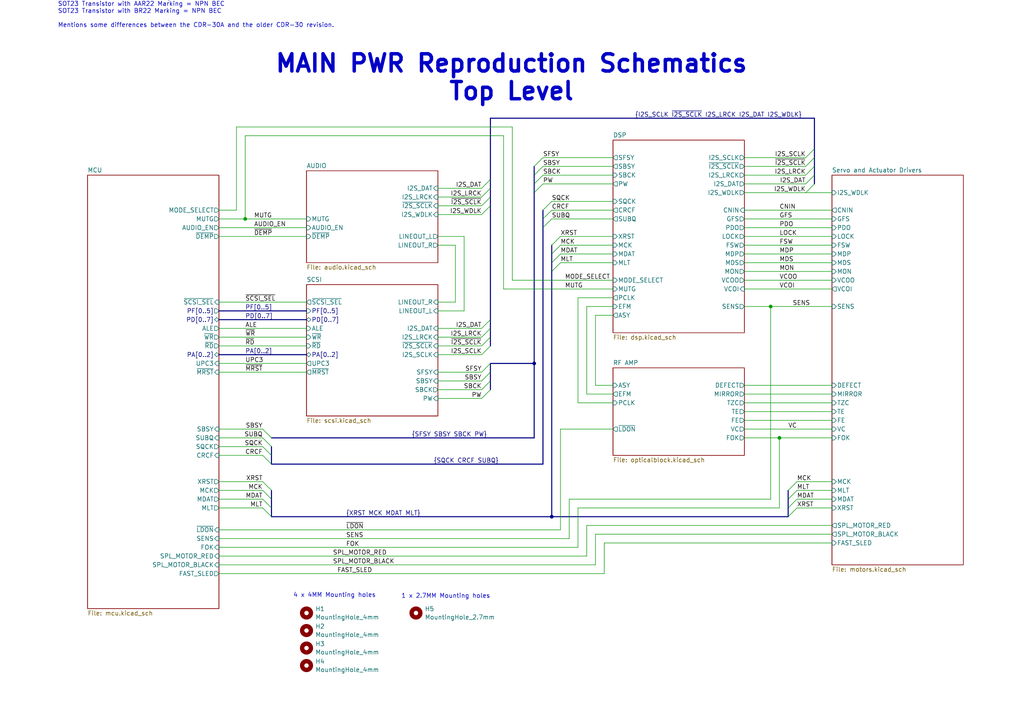
<source format=kicad_sch>
(kicad_sch (version 20231120) (generator "eeschema") (generator_version "8.0")
  (paper "A4")
  (title_block (title "PC-Engine CDR-30A (CD-ROM2) MAIN PWR Reproduction") (date "2025-02-24") (rev "0.1") (company "Author: Regis Galland"))
  (lib_symbols
    (symbol "PC-Engine_CDR-30:MountingHole_2.7mm" (pin_names (offset 1.016)) (exclude_from_sim yes) (in_bom no)
      (property "Reference" "H5" (at 2.54 1.2122 0))
      (property "Value" "MountingHole_2.7mm" (at 2.54 -1.2121 0))
      (symbol "MountingHole_2.7mm_0_1"
        (circle (center 0 0) (radius 1.27) (stroke (width 1.27)))
      )
    )
    (symbol "PC-Engine_CDR-30:MountingHole_4mm" (pin_names (offset 1.016)) (exclude_from_sim yes) (in_bom no)
      (property "Reference" "H" (at 0 5.08 0))
      (property "Value" "MountingHole_4mm" (at 0 3.175 0))
      (symbol "MountingHole_4mm_0_1"
        (circle (center 0 0) (radius 1.27) (stroke (width 1.27)))
      )
    )
  )
  (junction (at 226.06 127))
  (junction (at 71.12 63.5))
  (junction (at 154.94 105.41))
  (junction (at 160.02 149.86))
  (junction (at 223.52 88.9))
  (bus_entry (at 236.22 50.8) (size -2.54 2.54))
  (bus_entry (at 142.24 110.49) (size -2.54 2.54))
  (bus_entry (at 142.24 95.25) (size -2.54 2.54))
  (bus_entry (at 154.94 48.26) (size 2.54 -2.54))
  (bus_entry (at 236.22 53.34) (size -2.54 2.54))
  (bus_entry (at 142.24 105.41) (size -2.54 2.54))
  (bus_entry (at 157.48 60.96) (size 2.54 -2.54))
  (bus_entry (at 228.6 142.24) (size 2.54 -2.54))
  (bus_entry (at 236.22 43.18) (size -2.54 2.54))
  (bus_entry (at 236.22 48.26) (size -2.54 2.54))
  (bus_entry (at 228.6 147.32) (size 2.54 -2.54))
  (bus_entry (at 160.02 73.66) (size 2.54 -2.54))
  (bus_entry (at 142.24 97.79) (size -2.54 2.54))
  (bus_entry (at 78.74 149.86) (size -2.54 -2.54))
  (bus_entry (at 142.24 92.71) (size -2.54 2.54))
  (bus_entry (at 142.24 59.69) (size -2.54 2.54))
  (bus_entry (at 78.74 144.78) (size -2.54 -2.54))
  (bus_entry (at 142.24 100.33) (size -2.54 2.54))
  (bus_entry (at 142.24 54.61) (size -2.54 2.54))
  (bus_entry (at 154.94 55.88) (size 2.54 -2.54))
  (bus_entry (at 142.24 57.15) (size -2.54 2.54))
  (bus_entry (at 157.48 66.04) (size 2.54 -2.54))
  (bus_entry (at 160.02 71.12) (size 2.54 -2.54))
  (bus_entry (at 78.74 134.62) (size -2.54 -2.54))
  (bus_entry (at 78.74 129.54) (size -2.54 -2.54))
  (bus_entry (at 78.74 132.08) (size -2.54 -2.54))
  (bus_entry (at 228.6 144.78) (size 2.54 -2.54))
  (bus_entry (at 78.74 147.32) (size -2.54 -2.54))
  (bus_entry (at 78.74 142.24) (size -2.54 -2.54))
  (bus_entry (at 154.94 53.34) (size 2.54 -2.54))
  (bus_entry (at 142.24 107.95) (size -2.54 2.54))
  (bus_entry (at 154.94 50.8) (size 2.54 -2.54))
  (bus_entry (at 228.6 149.86) (size 2.54 -2.54))
  (bus_entry (at 157.48 63.5) (size 2.54 -2.54))
  (bus_entry (at 160.02 78.74) (size 2.54 -2.54))
  (bus_entry (at 142.24 113.03) (size -2.54 2.54))
  (bus_entry (at 76.2 124.46) (size 2.54 2.54))
  (bus_entry (at 160.02 76.2) (size 2.54 -2.54))
  (bus_entry (at 142.24 52.07) (size -2.54 2.54))
  (bus_entry (at 236.22 45.72) (size -2.54 2.54))
  (wire (pts (xy 134.62 90.17) (xy 127 90.17)))
  (wire (pts (xy 134.62 68.58) (xy 134.62 90.17)))
  (bus (pts (xy 63.5 92.71) (xy 88.9 92.71)))
  (wire (pts (xy 63.5 97.79) (xy 88.9 97.79)))
  (wire (pts (xy 127 87.63) (xy 132.08 87.63)))
  (wire (pts (xy 139.7 113.03) (xy 127 113.03)))
  (wire (pts (xy 162.56 124.46) (xy 177.8 124.46)))
  (wire (pts (xy 88.9 68.58) (xy 63.5 68.58)))
  (wire (pts (xy 63.5 66.04) (xy 88.9 66.04)))
  (wire (pts (xy 160.02 63.5) (xy 177.8 63.5)))
  (wire (pts (xy 165.1 144.78) (xy 223.52 144.78)))
  (bus (pts (xy 236.22 53.34) (xy 236.22 50.8)))
  (bus (pts (xy 154.94 105.41) (xy 154.94 127)))
  (wire (pts (xy 215.9 45.72) (xy 233.68 45.72)))
  (wire (pts (xy 215.9 50.8) (xy 233.68 50.8)))
  (wire (pts (xy 127 54.61) (xy 139.7 54.61)))
  (wire (pts (xy 215.9 81.28) (xy 241.3 81.28)))
  (bus (pts (xy 142.24 34.29) (xy 236.22 34.29)))
  (wire (pts (xy 177.8 45.72) (xy 157.48 45.72)))
  (wire (pts (xy 63.5 153.67) (xy 162.56 153.67)))
  (wire (pts (xy 223.52 88.9) (xy 223.52 144.78)))
  (wire (pts (xy 63.5 105.41) (xy 88.9 105.41)))
  (wire (pts (xy 139.7 100.33) (xy 127 100.33)))
  (wire (pts (xy 231.14 142.24) (xy 241.3 142.24)))
  (wire (pts (xy 76.2 144.78) (xy 63.5 144.78)))
  (bus (pts (xy 228.6 149.86) (xy 228.6 147.32)))
  (wire (pts (xy 215.9 48.26) (xy 233.68 48.26)))
  (wire (pts (xy 231.14 144.78) (xy 241.3 144.78)))
  (wire (pts (xy 162.56 68.58) (xy 177.8 68.58)))
  (wire (pts (xy 215.9 114.3) (xy 241.3 114.3)))
  (wire (pts (xy 233.68 55.88) (xy 241.3 55.88)))
  (bus (pts (xy 78.74 142.24) (xy 78.74 144.78)))
  (wire (pts (xy 63.5 158.75) (xy 167.64 158.75)))
  (wire (pts (xy 146.05 39.37) (xy 71.12 39.37)))
  (bus (pts (xy 63.5 102.87) (xy 88.9 102.87)))
  (wire (pts (xy 177.8 91.44) (xy 172.72 91.44)))
  (wire (pts (xy 162.56 76.2) (xy 177.8 76.2)))
  (wire (pts (xy 139.7 110.49) (xy 127 110.49)))
  (wire (pts (xy 223.52 88.9) (xy 241.3 88.9)))
  (wire (pts (xy 63.5 100.33) (xy 88.9 100.33)))
  (bus (pts (xy 78.74 147.32) (xy 78.74 149.86)))
  (wire (pts (xy 175.26 157.48) (xy 175.26 166.37)))
  (wire (pts (xy 127 107.95) (xy 139.7 107.95)))
  (bus (pts (xy 142.24 59.69) (xy 142.24 57.15)))
  (wire (pts (xy 76.2 129.54) (xy 63.5 129.54)))
  (bus (pts (xy 78.74 144.78) (xy 78.74 147.32)))
  (bus (pts (xy 142.24 105.41) (xy 154.94 105.41)))
  (wire (pts (xy 68.58 36.83) (xy 68.58 60.96)))
  (bus (pts (xy 160.02 71.12) (xy 160.02 73.66)))
  (wire (pts (xy 167.64 147.32) (xy 226.06 147.32)))
  (bus (pts (xy 157.48 63.5) (xy 157.48 66.04)))
  (wire (pts (xy 215.9 60.96) (xy 241.3 60.96)))
  (bus (pts (xy 236.22 50.8) (xy 236.22 48.26)))
  (wire (pts (xy 175.26 166.37) (xy 63.5 166.37)))
  (wire (pts (xy 215.9 121.92) (xy 241.3 121.92)))
  (wire (pts (xy 76.2 142.24) (xy 63.5 142.24)))
  (bus (pts (xy 154.94 48.26) (xy 154.94 50.8)))
  (wire (pts (xy 63.5 95.25) (xy 88.9 95.25)))
  (bus (pts (xy 142.24 54.61) (xy 142.24 57.15)))
  (wire (pts (xy 132.08 87.63) (xy 132.08 71.12)))
  (bus (pts (xy 228.6 144.78) (xy 228.6 147.32)))
  (wire (pts (xy 226.06 127) (xy 241.3 127)))
  (wire (pts (xy 148.59 81.28) (xy 177.8 81.28)))
  (wire (pts (xy 71.12 63.5) (xy 88.9 63.5)))
  (bus (pts (xy 160.02 78.74) (xy 160.02 76.2)))
  (bus (pts (xy 236.22 43.18) (xy 236.22 34.29)))
  (wire (pts (xy 172.72 154.94) (xy 172.72 163.83)))
  (wire (pts (xy 215.9 127) (xy 226.06 127)))
  (wire (pts (xy 71.12 39.37) (xy 71.12 63.5)))
  (wire (pts (xy 76.2 139.7) (xy 63.5 139.7)))
  (wire (pts (xy 167.64 116.84) (xy 177.8 116.84)))
  (wire (pts (xy 215.9 68.58) (xy 241.3 68.58)))
  (wire (pts (xy 172.72 163.83) (xy 63.5 163.83)))
  (wire (pts (xy 170.18 161.29) (xy 170.18 152.4)))
  (wire (pts (xy 68.58 60.96) (xy 63.5 60.96)))
  (bus (pts (xy 236.22 45.72) (xy 236.22 43.18)))
  (wire (pts (xy 157.48 48.26) (xy 177.8 48.26)))
  (bus (pts (xy 228.6 142.24) (xy 228.6 144.78)))
  (wire (pts (xy 172.72 111.76) (xy 177.8 111.76)))
  (wire (pts (xy 76.2 132.08) (xy 63.5 132.08)))
  (wire (pts (xy 226.06 147.32) (xy 226.06 127)))
  (wire (pts (xy 177.8 88.9) (xy 170.18 88.9)))
  (bus (pts (xy 154.94 55.88) (xy 154.94 105.41)))
  (wire (pts (xy 165.1 156.21) (xy 165.1 144.78)))
  (bus (pts (xy 154.94 50.8) (xy 154.94 53.34)))
  (wire (pts (xy 139.7 59.69) (xy 127 59.69)))
  (wire (pts (xy 132.08 71.12) (xy 127 71.12)))
  (wire (pts (xy 172.72 91.44) (xy 172.72 111.76)))
  (wire (pts (xy 215.9 63.5) (xy 241.3 63.5)))
  (wire (pts (xy 160.02 58.42) (xy 177.8 58.42)))
  (bus (pts (xy 142.24 113.03) (xy 142.24 110.49)))
  (wire (pts (xy 215.9 55.88) (xy 233.68 55.88)))
  (wire (pts (xy 63.5 63.5) (xy 71.12 63.5)))
  (bus (pts (xy 142.24 59.69) (xy 142.24 92.71)))
  (wire (pts (xy 127 68.58) (xy 134.62 68.58)))
  (wire (pts (xy 233.68 53.34) (xy 215.9 53.34)))
  (bus (pts (xy 78.74 134.62) (xy 157.48 134.62)))
  (bus (pts (xy 142.24 107.95) (xy 142.24 105.41)))
  (wire (pts (xy 170.18 152.4) (xy 241.3 152.4)))
  (wire (pts (xy 231.14 147.32) (xy 241.3 147.32)))
  (wire (pts (xy 127 57.15) (xy 139.7 57.15)))
  (wire (pts (xy 215.9 83.82) (xy 241.3 83.82)))
  (wire (pts (xy 175.26 157.48) (xy 241.3 157.48)))
  (wire (pts (xy 63.5 161.29) (xy 170.18 161.29)))
  (wire (pts (xy 215.9 66.04) (xy 241.3 66.04)))
  (wire (pts (xy 157.48 53.34) (xy 177.8 53.34)))
  (wire (pts (xy 146.05 83.82) (xy 146.05 39.37)))
  (wire (pts (xy 127 62.23) (xy 139.7 62.23)))
  (wire (pts (xy 215.9 88.9) (xy 223.52 88.9)))
  (wire (pts (xy 157.48 50.8) (xy 177.8 50.8)))
  (wire (pts (xy 231.14 139.7) (xy 241.3 139.7)))
  (wire (pts (xy 162.56 153.67) (xy 162.56 124.46)))
  (bus (pts (xy 63.5 90.17) (xy 88.9 90.17)))
  (bus (pts (xy 78.74 127) (xy 154.94 127)))
  (wire (pts (xy 167.64 158.75) (xy 167.64 147.32)))
  (wire (pts (xy 167.64 116.84) (xy 167.64 86.36)))
  (bus (pts (xy 142.24 52.07) (xy 142.24 54.61)))
  (wire (pts (xy 215.9 116.84) (xy 241.3 116.84)))
  (wire (pts (xy 241.3 154.94) (xy 172.72 154.94)))
  (wire (pts (xy 162.56 71.12) (xy 177.8 71.12)))
  (wire (pts (xy 215.9 76.2) (xy 241.3 76.2)))
  (bus (pts (xy 142.24 110.49) (xy 142.24 107.95)))
  (bus (pts (xy 78.74 129.54) (xy 78.74 132.08)))
  (wire (pts (xy 170.18 114.3) (xy 177.8 114.3)))
  (bus (pts (xy 157.48 60.96) (xy 157.48 63.5)))
  (bus (pts (xy 154.94 53.34) (xy 154.94 55.88)))
  (wire (pts (xy 215.9 78.74) (xy 241.3 78.74)))
  (wire (pts (xy 148.59 36.83) (xy 68.58 36.83)))
  (wire (pts (xy 63.5 107.95) (xy 88.9 107.95)))
  (wire (pts (xy 162.56 73.66) (xy 177.8 73.66)))
  (bus (pts (xy 142.24 100.33) (xy 142.24 97.79)))
  (bus (pts (xy 142.24 97.79) (xy 142.24 95.25)))
  (wire (pts (xy 170.18 88.9) (xy 170.18 114.3)))
  (wire (pts (xy 215.9 111.76) (xy 241.3 111.76)))
  (wire (pts (xy 139.7 115.57) (xy 127 115.57)))
  (wire (pts (xy 76.2 147.32) (xy 63.5 147.32)))
  (wire (pts (xy 76.2 127) (xy 63.5 127)))
  (wire (pts (xy 148.59 81.28) (xy 148.59 36.83)))
  (bus (pts (xy 236.22 48.26) (xy 236.22 45.72)))
  (bus (pts (xy 78.74 149.86) (xy 160.02 149.86)))
  (bus (pts (xy 78.74 132.08) (xy 78.74 134.62)))
  (wire (pts (xy 215.9 119.38) (xy 241.3 119.38)))
  (wire (pts (xy 63.5 87.63) (xy 88.9 87.63)))
  (bus (pts (xy 160.02 76.2) (xy 160.02 73.66)))
  (wire (pts (xy 215.9 73.66) (xy 241.3 73.66)))
  (bus (pts (xy 142.24 52.07) (xy 142.24 34.29)))
  (bus (pts (xy 160.02 78.74) (xy 160.02 149.86)))
  (wire (pts (xy 127 102.87) (xy 139.7 102.87)))
  (wire (pts (xy 63.5 124.46) (xy 76.2 124.46)))
  (wire (pts (xy 146.05 83.82) (xy 177.8 83.82)))
  (wire (pts (xy 127 95.25) (xy 139.7 95.25)))
  (bus (pts (xy 160.02 149.86) (xy 228.6 149.86)))
  (bus (pts (xy 142.24 95.25) (xy 142.24 92.71)))
  (wire (pts (xy 215.9 71.12) (xy 241.3 71.12)))
  (bus (pts (xy 157.48 66.04) (xy 157.48 134.62)))
  (wire (pts (xy 215.9 124.46) (xy 241.3 124.46)))
  (wire (pts (xy 160.02 60.96) (xy 177.8 60.96)))
  (wire (pts (xy 127 97.79) (xy 139.7 97.79)))
  (wire (pts (xy 63.5 156.21) (xy 165.1 156.21)))
  (wire (pts (xy 167.64 86.36) (xy 177.8 86.36)))
  (text "Notes on discrete components:\nSOT23 Diode with P marking = KKA\nSOT23 Diode with N marking = AAK\nSOT23 Transistor with 24 Marking = NPN with 10k, 10k built-in resistors like DTC114ECA\nSOT23 Transistor with 14 Marking = PNP with 10k, 10k built-in resistors like DTA114ECA\nSOT23 Transistor with 15 Marking = PNP with 22k, 22k built-in resistors like DTA124ECA\nSOT23 Transistor with AAR22 Marking = NPN BEC\nSOT23 Transistor with BR22 Marking = NPN BEC\n\nMentions some differences between the CDR-30A and the older CDR-30 revision." (at 16.764 -1.778 0) (effects (font (size 1.27 1.27)) (justify left)))
  (text "4 x 4MM Mounting holes" (at 97.028 172.72 0) (effects (font (size 1.27 1.27))))
  (text "1 x 2.7MM Mounting holes" (at 129.286 172.974 0) (effects (font (size 1.27 1.27))))
  (text "MAIN PWR Reproduction Schematics\nTop Level" (at 148.336 22.606 0) (effects (font (size 5 5) (thickness 1) (bold yes))))
  (label "MDAT" (at 76.2 144.78 180))
  (label "XRST" (at 76.2 139.7 180))
  (label "~{DEMP}" (at 73.66 68.58 0))
  (label "VC" (at 228.6 124.46 0))
  (label "~{MRST}" (at 71.12 107.95 0))
  (label "SBSY" (at 157.48 48.26 0))
  (label "MDP" (at 226.06 73.66 0))
  (label "SBCK" (at 157.48 50.8 0))
  (label "I2S_LRCK" (at 233.68 50.8 180))
  (label "MUTG" (at 73.66 63.5 0))
  (label "FAST_SLED" (at 97.79 166.37 0))
  (label "SPL_MOTOR_BLACK" (at 96.52 163.83 0))
  (label "PF[0..5]" (at 71.12 90.17 0))
  (label "SQCK" (at 76.2 129.54 180))
  (label "SPL_MOTOR_RED" (at 96.52 161.29 0))
  (label "SUBQ" (at 76.2 127 180))
  (label "SBCK" (at 139.7 113.03 180))
  (label "XRST" (at 231.14 147.32 0))
  (label "MCK" (at 231.14 139.7 0))
  (label "PA[0..2]" (at 71.12 102.87 0))
  (label "~{I2S_SCLK}" (at 139.7 100.33 180))
  (label "MLT" (at 162.56 76.2 0))
  (label "VCOI" (at 226.06 83.82 0))
  (label "I2S_SCLK" (at 139.7 102.87 180))
  (label "VCOO" (at 226.06 81.28 0))
  (label "I2S_SCLK" (at 233.68 45.72 180))
  (label "MODE_SELECT" (at 163.83 81.28 0))
  (label "I2S_DAT" (at 139.7 54.61 180))
  (label "SBSY" (at 139.7 110.49 180))
  (label "~{I2S_SCLK}" (at 233.68 48.26 180))
  (label "MDAT" (at 231.14 144.78 0))
  (label "I2S_LRCK" (at 139.7 57.15 180))
  (label "I2S_LRCK" (at 139.7 97.79 180))
  (label "SFSY" (at 157.48 45.72 0))
  (label "PW" (at 157.48 53.34 0))
  (label "MCK" (at 162.56 71.12 0))
  (label "{SQCK CRCF SUBQ}" (at 125.73 134.62 0))
  (label "SFSY" (at 139.7 107.95 180))
  (label "I2S_WDLK" (at 139.7 62.23 180))
  (label "I2S_DAT" (at 233.68 53.34 180))
  (label "~{LDON}" (at 100.33 153.67 0))
  (label "MON" (at 226.06 78.74 0))
  (label "CRCF" (at 76.2 132.08 180))
  (label "FSW" (at 226.06 71.12 0))
  (label "FOK" (at 100.33 158.75 0))
  (label "~{SCSI_SEL}" (at 71.12 87.63 0))
  (label "{I2S_SCLK ~{I2S_SCLK} I2S_LRCK I2S_DAT I2S_WDLK}" (at 184.15 34.29 0))
  (label "{XRST MCK MDAT MLT}" (at 100.33 149.86 0))
  (label "SQCK" (at 160.02 58.42 0))
  (label "UPC3" (at 71.12 105.41 0))
  (label "PDO" (at 226.06 66.04 0))
  (label "MCK" (at 76.2 142.24 180))
  (label "~{WR}" (at 71.12 97.79 0))
  (label "MDAT" (at 162.56 73.66 0))
  (label "CNIN" (at 226.06 60.96 0))
  (label "~{RD}" (at 71.12 100.33 0))
  (label "GFS" (at 226.06 63.5 0))
  (label "SENS" (at 229.87 88.9 0))
  (label "ALE" (at 71.12 95.25 0))
  (label "LOCK" (at 226.06 68.58 0))
  (label "CRCF" (at 160.02 60.96 0))
  (label "SUBQ" (at 160.02 63.5 0))
  (label "PD[0..7]" (at 71.12 92.71 0))
  (label "XRST" (at 162.56 68.58 0))
  (label "SBSY" (at 76.2 124.46 180))
  (label "I2S_DAT" (at 139.7 95.25 180))
  (label "{SFSY SBSY SBCK PW}" (at 119.38 127 0))
  (label "MLT" (at 231.14 142.24 0))
  (label "PW" (at 139.7 115.57 180))
  (label "MUTG" (at 163.83 83.82 0))
  (label "MLT" (at 76.2 147.32 180))
  (label "MDS" (at 226.06 76.2 0))
  (label "~{I2S_SCLK}" (at 139.7 59.69 180))
  (label "SENS" (at 100.33 156.21 0))
  (label "I2S_WDLK" (at 233.68 55.88 180))
  (label "AUDIO_EN" (at 73.66 66.04 0))
  (symbol (lib_id "PC-Engine_CDR-30:MountingHole_4mm") (at 88.9 177.8 0) (unit 1) (exclude_from_sim yes) (in_bom no)
    (property "Reference" "H1" (at 91.44 176.5878 0) (effects (justify left)))
    (property "Value" "MountingHole_4mm" (at 91.44 179.0121 0) (effects (justify left)))
    (property "Footprint" "PC-Engine_CDR-30A:MountingHole_4mm" (effects (hide yes)))
    (property "Description" "Mounting Hole without connection" (effects (hide yes)))
  )
  (symbol (lib_id "PC-Engine_CDR-30:MountingHole_4mm") (at 88.9 187.96 0) (unit 1) (exclude_from_sim yes) (in_bom no)
    (property "Reference" "H3" (at 91.44 186.7478 0) (effects (justify left)))
    (property "Value" "MountingHole_4mm" (at 91.44 189.1721 0) (effects (justify left)))
    (property "Footprint" "PC-Engine_CDR-30A:MountingHole_4mm" (effects (hide yes)))
    (property "Description" "Mounting Hole without connection" (effects (hide yes)))
  )
  (symbol (lib_id "PC-Engine_CDR-30:MountingHole_4mm") (at 88.9 182.88 0) (unit 1) (exclude_from_sim yes) (in_bom no)
    (property "Reference" "H2" (at 91.44 181.6678 0) (effects (justify left)))
    (property "Value" "MountingHole_4mm" (at 91.44 184.0921 0) (effects (justify left)))
    (property "Footprint" "PC-Engine_CDR-30A:MountingHole_4mm" (effects (hide yes)))
    (property "Description" "Mounting Hole without connection" (effects (hide yes)))
  )
  (symbol (lib_id "PC-Engine_CDR-30:MountingHole_4mm") (at 88.9 193.04 0) (unit 1) (exclude_from_sim yes) (in_bom no)
    (property "Reference" "H4" (at 91.44 191.8278 0) (effects (justify left)))
    (property "Value" "MountingHole_4mm" (at 91.44 194.2521 0) (effects (justify left)))
    (property "Footprint" "PC-Engine_CDR-30A:MountingHole_4mm" (effects (hide yes)))
    (property "Description" "Mounting Hole without connection" (effects (hide yes)))
  )
  (symbol (lib_id "PC-Engine_CDR-30:MountingHole_2.7mm") (at 120.65 177.8 0) (unit 1) (exclude_from_sim yes) (in_bom no)
    (property "Reference" "H5" (at 123.19 176.5878 0) (effects (justify left)))
    (property "Value" "MountingHole_2.7mm" (at 123.19 179.0121 0) (effects (justify left)))
    (property "Footprint" "PC-Engine_CDR-30A:MountingHole_2.7mm" (effects (hide yes)))
    (property "Description" "Mounting Hole without connection" (effects (hide yes)))
  )
  (sheet (at 25.4 50.8) (size 38.1 125.73) (stroke (width 0.1524))
    (property "Sheetname" "MCU" (at 25.4 50.0884 0) (effects (justify left bottom)))
    (property "Sheetfile" "mcu.kicad_sch" (at 25.4 177.1146 0) (effects (justify left top)))
    (pin "ALE" output (at 63.5 95.25 0))
    (pin "SPL_MOTOR_RED" input (at 63.5 161.29 0))
    (pin "SPL_MOTOR_BLACK" input (at 63.5 163.83 0))
    (pin "~{MRST}" input (at 63.5 107.95 0))
    (pin "~{RD}" output (at 63.5 100.33 0))
    (pin "~{WR}" output (at 63.5 97.79 0))
    (pin "~{LDON}" input (at 63.5 153.67 0))
    (pin "MDAT" output (at 63.5 144.78 0))
    (pin "XRST" output (at 63.5 139.7 0))
    (pin "PA[0..2]" bidirectional (at 63.5 102.87 0))
    (pin "FOK" input (at 63.5 158.75 0))
    (pin "SENS" input (at 63.5 156.21 0))
    (pin "MCK" output (at 63.5 142.24 0))
    (pin "SBSY" input (at 63.5 124.46 0))
    (pin "MUTG" output (at 63.5 63.5 0))
    (pin "SUBQ" input (at 63.5 127 0))
    (pin "SQCK" output (at 63.5 129.54 0))
    (pin "UPC3" input (at 63.5 105.41 0))
    (pin "~{SCSI_SEL}" input (at 63.5 87.63 0))
    (pin "CRCF" input (at 63.5 132.08 0))
    (pin "MLT" output (at 63.5 147.32 0))
    (pin "~{DEMP}" output (at 63.5 68.58 0))
    (pin "FAST_SLED" output (at 63.5 166.37 0))
    (pin "AUDIO_EN" output (at 63.5 66.04 0))
    (pin "MODE_SELECT" output (at 63.5 60.96 0))
    (pin "PF[0..5]" output (at 63.5 90.17 0))
    (pin "PD[0..7]" bidirectional (at 63.5 92.71 0))
  )
  (sheet (at 177.8 106.68) (size 38.1 25.4) (stroke (width 0.1524))
    (property "Sheetname" "RF AMP" (at 177.8 105.9684 0) (effects (justify left bottom)))
    (property "Sheetfile" "opticalblock.kicad_sch" (at 177.8 132.6646 0) (effects (justify left top)))
    (pin "~{LDON}" output (at 177.8 124.46 180))
    (pin "EFM" output (at 177.8 114.3 180))
    (pin "FOK" output (at 215.9 127 0))
    (pin "VC" output (at 215.9 124.46 0))
    (pin "DEFECT" output (at 215.9 111.76 0))
    (pin "MIRROR" output (at 215.9 114.3 0))
    (pin "TZC" output (at 215.9 116.84 0))
    (pin "TE" output (at 215.9 119.38 0))
    (pin "FE" output (at 215.9 121.92 0))
    (pin "ASY" input (at 177.8 111.76 180))
    (pin "PCLK" input (at 177.8 116.84 180))
  )
  (sheet (at 241.3 50.8) (size 38.1 113.03) (stroke (width 0.1524))
    (property "Sheetname" "Servo and Actuator Drivers" (at 241.3 50.0884 0) (effects (justify left bottom)))
    (property "Sheetfile" "motors.kicad_sch" (at 241.3 164.4146 0) (effects (justify left top)))
    (pin "MON" input (at 241.3 78.74 180))
    (pin "I2S_WDLK" input (at 241.3 55.88 180))
    (pin "FOK" input (at 241.3 127 180))
    (pin "DEFECT" input (at 241.3 111.76 180))
    (pin "MIRROR" input (at 241.3 114.3 180))
    (pin "TZC" input (at 241.3 116.84 180))
    (pin "FE" input (at 241.3 121.92 180))
    (pin "TE" input (at 241.3 119.38 180))
    (pin "MCK" input (at 241.3 139.7 180))
    (pin "MLT" input (at 241.3 142.24 180))
    (pin "MDAT" input (at 241.3 144.78 180))
    (pin "LOCK" input (at 241.3 68.58 180))
    (pin "VCOO" input (at 241.3 81.28 180))
    (pin "VCOI" output (at 241.3 83.82 180))
    (pin "MDP" input (at 241.3 73.66 180))
    (pin "MDS" input (at 241.3 76.2 180))
    (pin "FSW" input (at 241.3 71.12 180))
    (pin "FAST_SLED" input (at 241.3 157.48 180))
    (pin "PDO" input (at 241.3 66.04 180))
    (pin "GFS" input (at 241.3 63.5 180))
    (pin "CNIN" output (at 241.3 60.96 180))
    (pin "SENS" input (at 241.3 88.9 180))
    (pin "XRST" input (at 241.3 147.32 180))
    (pin "VC" input (at 241.3 124.46 180))
    (pin "SPL_MOTOR_RED" output (at 241.3 152.4 180))
    (pin "SPL_MOTOR_BLACK" output (at 241.3 154.94 180))
  )
  (sheet (at 88.9 49.53) (size 38.1 26.67) (stroke (width 0.1524))
    (property "Sheetname" "AUDIO" (at 88.9 48.8184 0) (effects (justify left bottom)))
    (property "Sheetfile" "audio.kicad_sch" (at 88.9 76.7846 0) (effects (justify left top)))
    (pin "I2S_DAT" input (at 127 54.61 0))
    (pin "I2S_LRCK" input (at 127 57.15 0))
    (pin "~{I2S_SCLK}" input (at 127 59.69 0))
    (pin "I2S_WDLK" input (at 127 62.23 0))
    (pin "AUDIO_EN" input (at 88.9 66.04 180))
    (pin "MUTG" input (at 88.9 63.5 180))
    (pin "LINEOUT_L" output (at 127 68.58 0))
    (pin "LINEOUT_R" output (at 127 71.12 0))
    (pin "~{DEMP}" input (at 88.9 68.58 180))
  )
  (sheet (at 88.9 82.55) (size 38.1 38.1) (stroke (width 0.1524))
    (property "Sheetname" "SCSI" (at 88.9 81.8384 0) (effects (justify left bottom)))
    (property "Sheetfile" "scsi.kicad_sch" (at 88.9 121.2346 0) (effects (justify left top)))
    (pin "PD[0..7]" bidirectional (at 88.9 92.71 180))
    (pin "~{WR}" input (at 88.9 97.79 180))
    (pin "ALE" input (at 88.9 95.25 180))
    (pin "PF[0..5]" input (at 88.9 90.17 180))
    (pin "I2S_DAT" input (at 127 95.25 0))
    (pin "I2S_LRCK" input (at 127 97.79 0))
    (pin "~{I2S_SCLK}" input (at 127 100.33 0))
    (pin "UPC3" output (at 88.9 105.41 180))
    (pin "~{RD}" input (at 88.9 100.33 180))
    (pin "I2S_SCLK" input (at 127 102.87 0))
    (pin "LINEOUT_L" input (at 127 90.17 0))
    (pin "SBSY" input (at 127 110.49 0))
    (pin "LINEOUT_R" input (at 127 87.63 0))
    (pin "SFSY" input (at 127 107.95 0))
    (pin "PW" input (at 127 115.57 0))
    (pin "~{MRST}" output (at 88.9 107.95 180))
    (pin "SBCK" output (at 127 113.03 0))
    (pin "PA[0..2]" bidirectional (at 88.9 102.87 180))
    (pin "~{SCSI_SEL}" output (at 88.9 87.63 180))
  )
  (sheet (at 177.8 40.64) (size 38.1 55.88) (stroke (width 0.1524))
    (property "Sheetname" "DSP" (at 177.8 39.9284 0) (effects (justify left bottom)))
    (property "Sheetfile" "dsp.kicad_sch" (at 177.8 97.1046 0) (effects (justify left top)))
    (pin "MLT" input (at 177.8 76.2 180))
    (pin "MCK" input (at 177.8 71.12 180))
    (pin "MDAT" input (at 177.8 73.66 180))
    (pin "XRST" input (at 177.8 68.58 180))
    (pin "VCOO" output (at 215.9 81.28 0))
    (pin "VCOI" input (at 215.9 83.82 0))
    (pin "MON" output (at 215.9 78.74 0))
    (pin "EFM" input (at 177.8 88.9 180))
    (pin "PDO" output (at 215.9 66.04 0))
    (pin "ASY" output (at 177.8 91.44 180))
    (pin "MDS" output (at 215.9 76.2 0))
    (pin "FSW" output (at 215.9 71.12 0))
    (pin "LOCK" output (at 215.9 68.58 0))
    (pin "MDP" output (at 215.9 73.66 0))
    (pin "MODE_SELECT" input (at 177.8 81.28 180))
    (pin "GFS" output (at 215.9 63.5 0))
    (pin "MUTG" input (at 177.8 83.82 180))
    (pin "SUBQ" output (at 177.8 63.5 180))
    (pin "SBCK" input (at 177.8 50.8 180))
    (pin "SQCK" input (at 177.8 58.42 180))
    (pin "PW" output (at 177.8 53.34 180))
    (pin "CRCF" output (at 177.8 60.96 180))
    (pin "SBSY" output (at 177.8 48.26 180))
    (pin "PCLK" output (at 177.8 86.36 180))
    (pin "SFSY" output (at 177.8 45.72 180))
    (pin "I2S_DAT" output (at 215.9 53.34 0))
    (pin "~{I2S_SCLK}" output (at 215.9 48.26 0))
    (pin "I2S_SCLK" output (at 215.9 45.72 0))
    (pin "I2S_WDLK" output (at 215.9 55.88 0))
    (pin "I2S_LRCK" output (at 215.9 50.8 0))
    (pin "CNIN" input (at 215.9 60.96 0))
    (pin "SENS" output (at 215.9 88.9 0))
  )
)
</source>
